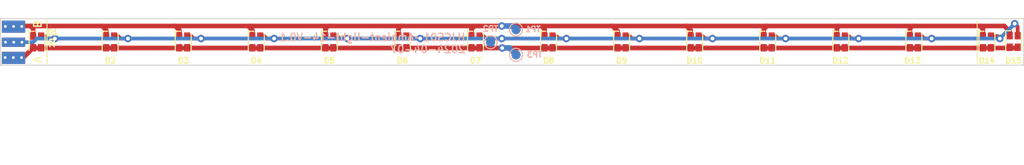
<source format=kicad_pcb>
(kicad_pcb (version 20240108) (generator "pcbnew") (generator_version "8.0")
  (title_block (title "HJCS01_Ambient light-14") (date "2024-04-07") (rev "V0.1") (company "Ovobot") (comment 1 "110x5x0.8mm 绿油白字，无铅喷锡"))
  (layers (0 "F.Cu" signal) (31 "B.Cu" signal) (34 "B.Paste" user) (35 "F.Paste" user) (36 "B.SilkS" user "B.Silkscreen") (37 "F.SilkS" user "F.Silkscreen") (38 "B.Mask" user) (39 "F.Mask" user) (44 "Edge.Cuts" user))
  (net 0 "")
  (net 1 "+3V3")
  (net 2 "/RED")
  (net 3 "/BLUE")
  (footprint "Ovo_LED_SMD:LED_Dual_1.6x1.5mm" (layer "F.Cu") (at 201.561765 99.155 90)
    (property "Reference" "D12" (at -2.005 -0.036 0) (layer "F.SilkS") (effects (font (size 0.6 0.6))))
    (property "Value" "LED_Dual_Red_Blue_AKAK")
    (fp_line (start 1.15 -0.86) (end 1.15 -0.3) (stroke (width 0.12)) (layer "F.SilkS"))
    (fp_line (start -0.91 -0.86) (end 1.15 -0.86) (stroke (width 0.12)) (layer "F.SilkS"))
    (fp_line (start -0.91 0.86) (end 0.91 0.86) (stroke (width 0.12)) (layer "F.SilkS"))
    (pad "1" smd rect (at -0.625 0.425 90) (size 0.8 0.65) (layers "F.Cu" "F.Paste" "F.Mask") (net 1 "+3V3"))
    (pad "2" smd rect (at 0.625 0.425 90) (size 0.8 0.65) (layers "F.Cu" "F.Paste" "F.Mask") (net 2 "/RED"))
    (pad "3" smd rect (at -0.625 -0.425 90) (size 0.8 0.65) (layers "F.Cu" "F.Paste" "F.Mask") (net 1 "+3V3"))
    (pad "4" smd rect (at 0.625 -0.425 90) (size 0.8 0.65) (layers "F.Cu" "F.Paste" "F.Mask") (net 3 "/BLUE"))
  )
  (footprint "Ovo_LED_SMD:LED_Dual_1.6x1.5mm" (layer "F.Cu") (at 220.151 99.102 90)
    (property "Reference" "D15" (at -2.058 -0.023 0) (layer "F.SilkS") (effects (font (size 0.6 0.6))))
    (property "Value" "LED_Dual_Red_Blue_AKAK")
    (fp_line (start 1.15 -0.86) (end 1.15 -0.3) (stroke (width 0.12)) (layer "F.SilkS"))
    (fp_line (start -0.91 -0.86) (end 1.15 -0.86) (stroke (width 0.12)) (layer "F.SilkS"))
    (fp_line (start -0.91 0.86) (end 0.91 0.86) (stroke (width 0.12)) (layer "F.SilkS"))
    (pad "1" smd rect (at -0.625 0.425 90) (size 0.8 0.65) (layers "F.Cu" "F.Paste" "F.Mask") (net 1 "+3V3"))
    (pad "2" smd rect (at 0.625 0.425 90) (size 0.8 0.65) (layers "F.Cu" "F.Paste" "F.Mask") (net 2 "/RED"))
    (pad "3" smd rect (at -0.625 -0.425 90) (size 0.8 0.65) (layers "F.Cu" "F.Paste" "F.Mask") (net 1 "+3V3"))
    (pad "4" smd rect (at 0.625 -0.425 90) (size 0.8 0.65) (layers "F.Cu" "F.Paste" "F.Mask") (net 3 "/BLUE"))
  )
  (footprint "Ovo_LED_SMD:LED_Dual_1.6x1.5mm" (layer "F.Cu") (at 123.015615 99.155 90)
    (property "Reference" "D2" (at -2.005 0.015302 0) (layer "F.SilkS") (effects (font (size 0.6 0.6))))
    (property "Value" "LED_Dual_Red_Blue_AKAK")
    (fp_line (start 1.15 -0.86) (end 1.15 -0.3) (stroke (width 0.12)) (layer "F.SilkS"))
    (fp_line (start -0.91 -0.86) (end 1.15 -0.86) (stroke (width 0.12)) (layer "F.SilkS"))
    (fp_line (start -0.91 0.86) (end 0.91 0.86) (stroke (width 0.12)) (layer "F.SilkS"))
    (pad "1" smd rect (at -0.625 0.425 90) (size 0.8 0.65) (layers "F.Cu" "F.Paste" "F.Mask") (net 1 "+3V3"))
    (pad "2" smd rect (at 0.625 0.425 90) (size 0.8 0.65) (layers "F.Cu" "F.Paste" "F.Mask") (net 2 "/RED"))
    (pad "3" smd rect (at -0.625 -0.425 90) (size 0.8 0.65) (layers "F.Cu" "F.Paste" "F.Mask") (net 1 "+3V3"))
    (pad "4" smd rect (at 0.625 -0.425 90) (size 0.8 0.65) (layers "F.Cu" "F.Paste" "F.Mask") (net 3 "/BLUE"))
  )
  (footprint "Ovo_LED_SMD:LED_Dual_1.6x1.5mm" (layer "F.Cu") (at 115.161 99.155 90)
    (property "Reference" "D1" (at 1.033 1.665 0) (layer "F.SilkS") (effects (font (size 0.6 0.6))))
    (property "Value" "LED_Dual_Red_Blue_AKAK")
    (fp_line (start 1.15 -0.86) (end 1.15 -0.3) (stroke (width 0.12)) (layer "F.SilkS"))
    (fp_line (start -0.91 -0.86) (end 1.15 -0.86) (stroke (width 0.12)) (layer "F.SilkS"))
    (fp_line (start -0.91 0.86) (end 0.91 0.86) (stroke (width 0.12)) (layer "F.SilkS"))
    (pad "1" smd rect (at -0.625 0.425 90) (size 0.8 0.65) (layers "F.Cu" "F.Paste" "F.Mask") (net 1 "+3V3"))
    (pad "2" smd rect (at 0.625 0.425 90) (size 0.8 0.65) (layers "F.Cu" "F.Paste" "F.Mask") (net 2 "/RED"))
    (pad "3" smd rect (at -0.625 -0.425 90) (size 0.8 0.65) (layers "F.Cu" "F.Paste" "F.Mask") (net 1 "+3V3"))
    (pad "4" smd rect (at 0.625 -0.425 90) (size 0.8 0.65) (layers "F.Cu" "F.Paste" "F.Mask") (net 3 "/BLUE"))
  )
  (footprint "Ovo_LED_SMD:LED_Dual_1.6x1.5mm" (layer "F.Cu") (at 193.70715 99.155 90)
    (property "Reference" "D11" (at -2.005 -0.003264 0) (layer "F.SilkS") (effects (font (size 0.6 0.6))))
    (property "Value" "LED_Dual_Red_Blue_AKAK")
    (fp_line (start 1.15 -0.86) (end 1.15 -0.3) (stroke (width 0.12)) (layer "F.SilkS"))
    (fp_line (start -0.91 -0.86) (end 1.15 -0.86) (stroke (width 0.12)) (layer "F.SilkS"))
    (fp_line (start -0.91 0.86) (end 0.91 0.86) (stroke (width 0.12)) (layer "F.SilkS"))
    (pad "1" smd rect (at -0.625 0.425 90) (size 0.8 0.65) (layers "F.Cu" "F.Paste" "F.Mask") (net 1 "+3V3"))
    (pad "2" smd rect (at 0.625 0.425 90) (size 0.8 0.65) (layers "F.Cu" "F.Paste" "F.Mask") (net 2 "/RED"))
    (pad "3" smd rect (at -0.625 -0.425 90) (size 0.8 0.65) (layers "F.Cu" "F.Paste" "F.Mask") (net 1 "+3V3"))
    (pad "4" smd rect (at 0.625 -0.425 90) (size 0.8 0.65) (layers "F.Cu" "F.Paste" "F.Mask") (net 3 "/BLUE"))
  )
  (footprint "Ovo_LED_SMD:LED_Dual_1.6x1.5mm" (layer "F.Cu") (at 185.852535 99.155 90)
    (property "Reference" "D10" (at -2.005 -0.003157 0) (layer "F.SilkS") (effects (font (size 0.6 0.6))))
    (property "Value" "LED_Dual_Red_Blue_AKAK")
    (fp_line (start 1.15 -0.86) (end 1.15 -0.3) (stroke (width 0.12)) (layer "F.SilkS"))
    (fp_line (start -0.91 -0.86) (end 1.15 -0.86) (stroke (width 0.12)) (layer "F.SilkS"))
    (fp_line (start -0.91 0.86) (end 0.91 0.86) (stroke (width 0.12)) (layer "F.SilkS"))
    (pad "1" smd rect (at -0.625 0.425 90) (size 0.8 0.65) (layers "F.Cu" "F.Paste" "F.Mask") (net 1 "+3V3"))
    (pad "2" smd rect (at 0.625 0.425 90) (size 0.8 0.65) (layers "F.Cu" "F.Paste" "F.Mask") (net 2 "/RED"))
    (pad "3" smd rect (at -0.625 -0.425 90) (size 0.8 0.65) (layers "F.Cu" "F.Paste" "F.Mask") (net 1 "+3V3"))
    (pad "4" smd rect (at 0.625 -0.425 90) (size 0.8 0.65) (layers "F.Cu" "F.Paste" "F.Mask") (net 3 "/BLUE"))
  )
  (footprint "Ovo_Pad:Pad_THTPad_3x1.3mmx3" (layer "F.Cu") (at 112.666 97.511)
    (property "Reference" "J1" (hide yes))
    (property "Value" "Conn_01x03" (hide yes))
    (pad "1" smd rect (at -0.04 -0.01 180) (size 2.5 1.3) (layers "F.Cu" "F.Paste" "F.Mask") (net 3 "/BLUE"))
    (pad "2" smd rect (at -0.04 1.67 180) (size 2.5 1) (layers "F.Cu" "F.Paste" "F.Mask") (net 2 "/RED"))
    (pad "3" smd rect (at -0.04 3.35 180) (size 2.5 1.3) (layers "F.Cu" "F.Paste" "F.Mask") (net 1 "+3V3"))
  )
  (footprint "Ovo_LED_SMD:LED_Dual_1.6x1.5mm" (layer "F.Cu") (at 209.41638 99.155 90)
    (property "Reference" "D13" (at -2.005 -0.141 0) (layer "F.SilkS") (effects (font (size 0.6 0.6) (thickness 0.15) (bold yes))))
    (property "Value" "LED_Dual_Red_Blue_AKAK")
    (fp_line (start 1.15 -0.86) (end 1.15 -0.3) (stroke (width 0.12)) (layer "F.SilkS"))
    (fp_line (start -0.91 -0.86) (end 1.15 -0.86) (stroke (width 0.12)) (layer "F.SilkS"))
    (fp_line (start -0.91 0.86) (end 0.91 0.86) (stroke (width 0.12)) (layer "F.SilkS"))
    (pad "1" smd rect (at -0.625 0.425 90) (size 0.8 0.65) (layers "F.Cu" "F.Paste" "F.Mask") (net 1 "+3V3"))
    (pad "2" smd rect (at 0.625 0.425 90) (size 0.8 0.65) (layers "F.Cu" "F.Paste" "F.Mask") (net 2 "/RED"))
    (pad "3" smd rect (at -0.625 -0.425 90) (size 0.8 0.65) (layers "F.Cu" "F.Paste" "F.Mask") (net 1 "+3V3"))
    (pad "4" smd rect (at 0.625 -0.425 90) (size 0.8 0.65) (layers "F.Cu" "F.Paste" "F.Mask") (net 3 "/BLUE"))
  )
  (footprint "Ovo_LED_SMD:LED_Dual_1.6x1.5mm" (layer "F.Cu") (at 146.57946 99.155 90)
    (property "Reference" "D5" (at -2.005 0.010208 0) (layer "F.SilkS") (effects (font (size 0.6 0.6))))
    (property "Value" "LED_Dual_Red_Blue_AKAK")
    (fp_line (start 1.15 -0.86) (end 1.15 -0.3) (stroke (width 0.12)) (layer "F.SilkS"))
    (fp_line (start -0.91 -0.86) (end 1.15 -0.86) (stroke (width 0.12)) (layer "F.SilkS"))
    (fp_line (start -0.91 0.86) (end 0.91 0.86) (stroke (width 0.12)) (layer "F.SilkS"))
    (pad "1" smd rect (at -0.625 0.425 90) (size 0.8 0.65) (layers "F.Cu" "F.Paste" "F.Mask") (net 1 "+3V3"))
    (pad "2" smd rect (at 0.625 0.425 90) (size 0.8 0.65) (layers "F.Cu" "F.Paste" "F.Mask") (net 2 "/RED"))
    (pad "3" smd rect (at -0.625 -0.425 90) (size 0.8 0.65) (layers "F.Cu" "F.Paste" "F.Mask") (net 1 "+3V3"))
    (pad "4" smd rect (at 0.625 -0.425 90) (size 0.8 0.65) (layers "F.Cu" "F.Paste" "F.Mask") (net 3 "/BLUE"))
  )
  (footprint "Ovo_LED_SMD:LED_Dual_1.6x1.5mm" (layer "F.Cu") (at 154.434075 99.155 90)
    (property "Reference" "D6" (at -2.005 0.00851 0) (layer "F.SilkS") (effects (font (size 0.6 0.6))))
    (property "Value" "LED_Dual_Red_Blue_AKAK")
    (fp_line (start 1.15 -0.86) (end 1.15 -0.3) (stroke (width 0.12)) (layer "F.SilkS"))
    (fp_line (start -0.91 -0.86) (end 1.15 -0.86) (stroke (width 0.12)) (layer "F.SilkS"))
    (fp_line (start -0.91 0.86) (end 0.91 0.86) (stroke (width 0.12)) (layer "F.SilkS"))
    (pad "1" smd rect (at -0.625 0.425 90) (size 0.8 0.65) (layers "F.Cu" "F.Paste" "F.Mask") (net 1 "+3V3"))
    (pad "2" smd rect (at 0.625 0.425 90) (size 0.8 0.65) (layers "F.Cu" "F.Paste" "F.Mask") (net 2 "/RED"))
    (pad "3" smd rect (at -0.625 -0.425 90) (size 0.8 0.65) (layers "F.Cu" "F.Paste" "F.Mask") (net 1 "+3V3"))
    (pad "4" smd rect (at 0.625 -0.425 90) (size 0.8 0.65) (layers "F.Cu" "F.Paste" "F.Mask") (net 3 "/BLUE"))
  )
  (footprint "Ovo_LED_SMD:LED_Dual_1.6x1.5mm" (layer "F.Cu") (at 170.143305 99.155 90)
    (property "Reference" "D8" (at -2.005 0.005114 0) (layer "F.SilkS") (effects (font (size 0.6 0.6))))
    (property "Value" "LED_Dual_Red_Blue_AKAK")
    (fp_line (start 1.15 -0.86) (end 1.15 -0.3) (stroke (width 0.12)) (layer "F.SilkS"))
    (fp_line (start -0.91 -0.86) (end 1.15 -0.86) (stroke (width 0.12)) (layer "F.SilkS"))
    (fp_line (start -0.91 0.86) (end 0.91 0.86) (stroke (width 0.12)) (layer "F.SilkS"))
    (pad "1" smd rect (at -0.625 0.425 90) (size 0.8 0.65) (layers "F.Cu" "F.Paste" "F.Mask") (net 1 "+3V3"))
    (pad "2" smd rect (at 0.625 0.425 90) (size 0.8 0.65) (layers "F.Cu" "F.Paste" "F.Mask") (net 2 "/RED"))
    (pad "3" smd rect (at -0.625 -0.425 90) (size 0.8 0.65) (layers "F.Cu" "F.Paste" "F.Mask") (net 1 "+3V3"))
    (pad "4" smd rect (at 0.625 -0.425 90) (size 0.8 0.65) (layers "F.Cu" "F.Paste" "F.Mask") (net 3 "/BLUE"))
  )
  (footprint "Ovo_LED_SMD:LED_Dual_1.6x1.5mm" (layer "F.Cu") (at 177.99792 99.155 90)
    (property "Reference" "D9" (at -2.005 0.003416 0) (layer "F.SilkS") (effects (font (size 0.6 0.6))))
    (property "Value" "LED_Dual_Red_Blue_AKAK")
    (fp_line (start 1.15 -0.86) (end 1.15 -0.3) (stroke (width 0.12)) (layer "F.SilkS"))
    (fp_line (start -0.91 -0.86) (end 1.15 -0.86) (stroke (width 0.12)) (layer "F.SilkS"))
    (fp_line (start -0.91 0.86) (end 0.91 0.86) (stroke (width 0.12)) (layer "F.SilkS"))
    (pad "1" smd rect (at -0.625 0.425 90) (size 0.8 0.65) (layers "F.Cu" "F.Paste" "F.Mask") (net 1 "+3V3"))
    (pad "2" smd rect (at 0.625 0.425 90) (size 0.8 0.65) (layers "F.Cu" "F.Paste" "F.Mask") (net 2 "/RED"))
    (pad "3" smd rect (at -0.625 -0.425 90) (size 0.8 0.65) (layers "F.Cu" "F.Paste" "F.Mask") (net 1 "+3V3"))
    (pad "4" smd rect (at 0.625 -0.425 90) (size 0.8 0.65) (layers "F.Cu" "F.Paste" "F.Mask") (net 3 "/BLUE"))
  )
  (footprint "Ovo_LED_SMD:LED_Dual_1.6x1.5mm" (layer "F.Cu") (at 138.724845 99.155 90)
    (property "Reference" "D4" (at -2.005 0.011906 0) (layer "F.SilkS") (effects (font (size 0.6 0.6))))
    (property "Value" "LED_Dual_Red_Blue_AKAK")
    (fp_line (start 1.15 -0.86) (end 1.15 -0.3) (stroke (width 0.12)) (layer "F.SilkS"))
    (fp_line (start -0.91 -0.86) (end 1.15 -0.86) (stroke (width 0.12)) (layer "F.SilkS"))
    (fp_line (start -0.91 0.86) (end 0.91 0.86) (stroke (width 0.12)) (layer "F.SilkS"))
    (pad "1" smd rect (at -0.625 0.425 90) (size 0.8 0.65) (layers "F.Cu" "F.Paste" "F.Mask") (net 1 "+3V3"))
    (pad "2" smd rect (at 0.625 0.425 90) (size 0.8 0.65) (layers "F.Cu" "F.Paste" "F.Mask") (net 2 "/RED"))
    (pad "3" smd rect (at -0.625 -0.425 90) (size 0.8 0.65) (layers "F.Cu" "F.Paste" "F.Mask") (net 1 "+3V3"))
    (pad "4" smd rect (at 0.625 -0.425 90) (size 0.8 0.65) (layers "F.Cu" "F.Paste" "F.Mask") (net 3 "/BLUE"))
  )
  (footprint "Ovo_LED_SMD:LED_Dual_1.6x1.5mm" (layer "F.Cu") (at 130.87023 99.155 90)
    (property "Reference" "D3" (at -2.005 0.013604 0) (layer "F.SilkS") (effects (font (size 0.6 0.6))))
    (property "Value" "LED_Dual_Red_Blue_AKAK")
    (fp_line (start 1.15 -0.86) (end 1.15 -0.3) (stroke (width 0.12)) (layer "F.SilkS"))
    (fp_line (start -0.91 -0.86) (end 1.15 -0.86) (stroke (width 0.12)) (layer "F.SilkS"))
    (fp_line (start -0.91 0.86) (end 0.91 0.86) (stroke (width 0.12)) (layer "F.SilkS"))
    (pad "1" smd rect (at -0.625 0.425 90) (size 0.8 0.65) (layers "F.Cu" "F.Paste" "F.Mask") (net 1 "+3V3"))
    (pad "2" smd rect (at 0.625 0.425 90) (size 0.8 0.65) (layers "F.Cu" "F.Paste" "F.Mask") (net 2 "/RED"))
    (pad "3" smd rect (at -0.625 -0.425 90) (size 0.8 0.65) (layers "F.Cu" "F.Paste" "F.Mask") (net 1 "+3V3"))
    (pad "4" smd rect (at 0.625 -0.425 90) (size 0.8 0.65) (layers "F.Cu" "F.Paste" "F.Mask") (net 3 "/BLUE"))
  )
  (footprint "Ovo_LED_SMD:LED_Dual_1.6x1.5mm" (layer "F.Cu") (at 217.271 99.155 90)
    (property "Reference" "D14" (at -2.005 -0.001 0) (layer "F.SilkS") (effects (font (size 0.6 0.6))))
    (property "Value" "LED_Dual_Red_Blue_AKAK")
    (fp_line (start 1.15 -0.86) (end 1.15 -0.3) (stroke (width 0.12)) (layer "F.SilkS"))
    (fp_line (start -0.91 -0.86) (end 1.15 -0.86) (stroke (width 0.12)) (layer "F.SilkS"))
    (fp_line (start -0.91 0.86) (end 0.91 0.86) (stroke (width 0.12)) (layer "F.SilkS"))
    (pad "1" smd rect (at -0.625 0.425 90) (size 0.8 0.65) (layers "F.Cu" "F.Paste" "F.Mask") (net 1 "+3V3"))
    (pad "2" smd rect (at 0.625 0.425 90) (size 0.8 0.65) (layers "F.Cu" "F.Paste" "F.Mask") (net 2 "/RED"))
    (pad "3" smd rect (at -0.625 -0.425 90) (size 0.8 0.65) (layers "F.Cu" "F.Paste" "F.Mask") (net 1 "+3V3"))
    (pad "4" smd rect (at 0.625 -0.425 90) (size 0.8 0.65) (layers "F.Cu" "F.Paste" "F.Mask") (net 3 "/BLUE"))
  )
  (footprint "Ovo_LED_SMD:LED_Dual_1.6x1.5mm" (layer "F.Cu") (at 162.28869 99.155 90)
    (property "Reference" "D7" (at -2.005 0.006812 0) (layer "F.SilkS") (effects (font (size 0.6 0.6))))
    (property "Value" "LED_Dual_Red_Blue_AKAK")
    (fp_line (start 1.15 -0.86) (end 1.15 -0.3) (stroke (width 0.12)) (layer "F.SilkS"))
    (fp_line (start -0.91 -0.86) (end 1.15 -0.86) (stroke (width 0.12)) (layer "F.SilkS"))
    (fp_line (start -0.91 0.86) (end 0.91 0.86) (stroke (width 0.12)) (layer "F.SilkS"))
    (pad "1" smd rect (at -0.625 0.425 90) (size 0.8 0.65) (layers "F.Cu" "F.Paste" "F.Mask") (net 1 "+3V3"))
    (pad "2" smd rect (at 0.625 0.425 90) (size 0.8 0.65) (layers "F.Cu" "F.Paste" "F.Mask") (net 2 "/RED"))
    (pad "3" smd rect (at -0.625 -0.425 90) (size 0.8 0.65) (layers "F.Cu" "F.Paste" "F.Mask") (net 1 "+3V3"))
    (pad "4" smd rect (at 0.625 -0.425 90) (size 0.8 0.65) (layers "F.Cu" "F.Paste" "F.Mask") (net 3 "/BLUE"))
  )
  (footprint "TestPoint:TestPoint_Pad_D1.0mm" (layer "B.Cu") (at 166.649 97.825 180)
    (property "Reference" "TP1" (at -1.817 0.046 180) (layer "B.SilkS") (effects (font (size 0.6 0.6)) (justify mirror)))
    (property "Value" "BLUE")
    (fp_circle (center 0 0) (end 0 -0.7) (stroke (width 0.12)) (fill none) (layer "B.SilkS"))
    (pad "1" smd circle (at 0 0 180) (size 1 1) (layers "B.Cu" "B.Mask") (net 3 "/BLUE"))
  )
  (footprint "TestPoint:TestPoint_Pad_D1.0mm" (layer "B.Cu") (at 166.649 100.537 180)
    (property "Reference" "TP3" (at -1.999 0.022 180) (layer "B.SilkS") (effects (font (size 0.6 0.6)) (justify mirror)))
    (property "Value" "3V3")
    (fp_circle (center 0 0) (end 0 -0.7) (stroke (width 0.12)) (fill none) (layer "B.SilkS"))
    (pad "1" smd circle (at 0 0 180) (size 1 1) (layers "B.Cu" "B.Mask") (net 1 "+3V3"))
  )
  (footprint "TestPoint:TestPoint_Pad_D1.0mm" (layer "B.Cu") (at 163.912 99.181 180)
    (property "Reference" "TP2" (at 0 1.448 180) (layer "B.SilkS") (effects (font (size 0.6 0.6)) (justify mirror)))
    (property "Value" "RED")
    (fp_circle (center 0 0) (end 0 -0.7) (stroke (width 0.12)) (fill none) (layer "B.SilkS"))
    (pad "1" smd circle (at 0 0 180) (size 1 1) (layers "B.Cu" "B.Mask") (net 2 "/RED"))
  )
  (gr_line (start 116.225 96.766) (end 116.225 101.483) (stroke (width 0.1)) (layer "F.SilkS"))
  (gr_line (start 216.225 101.527) (end 216.225 96.797) (stroke (width 0.1)) (layer "F.SilkS"))
  (gr_line (start 111.223 101.653) (end 111.223 96.653) (stroke (width 0.1)) (layer "Edge.Cuts"))
  (gr_line (start 111.225 96.653) (end 221.225 96.653) (stroke (width 0.1)) (layer "Edge.Cuts"))
  (gr_line (start 221.225 96.653) (end 221.225 101.653) (stroke (width 0.1)) (layer "Edge.Cuts"))
  (gr_line (start 221.225 101.653) (end 111.224 101.653) (stroke (width 0.1)) (layer "Edge.Cuts"))
  (gr_text "HJCS01-Ambient-light-14-${REVISION}\n${ISSUE_DATE}" (at 161.28869 100.405 0) (layer "B.SilkS") (effects (font (size 0.8 0.8)) (justify left bottom mirror)))
  (gr_text "R" (at 116.252 99.766 0) (layer "F.SilkS") (effects (font (size 0.8 0.8) (thickness 0.15) (bold yes)) (justify left bottom)))
  (gr_text "V     B" (at 114.684 101.479 270) (layer "F.SilkS") (effects (font (size 0.8 0.8)) (justify left bottom mirror)))
  (segment (start 165.163 99.804) (end 114.76 99.804) (width 0.5) (layer "F.Cu") (net 1))
  (segment (start 220.552 99.804) (end 165.163 99.804) (width 0.5) (layer "F.Cu") (net 1))
  (segment (start 113.655 100.861) (end 112.626 100.861) (width 0.5) (layer "F.Cu") (net 1))
  (segment (start 114.76 99.804) (end 114.736 99.78) (width 0.5) (layer "F.Cu") (net 1))
  (segment (start 114.736 99.78) (end 113.655 100.861) (width 0.5) (layer "F.Cu") (net 1))
  (via (at 112.6075 100.833) (size 0.5) (drill 0.3) (layers "F.Cu" "B.Cu") (net 1))
  (via (at 165.163 99.804) (size 0.8) (drill 0.4) (layers "F.Cu" "B.Cu") (net 1))
  (via (at 111.727 100.833) (size 0.5) (drill 0.3) (layers "F.Cu" "B.Cu") (net 1))
  (via (at 113.488 100.833) (size 0.5) (drill 0.3) (layers "F.Cu" "B.Cu") (net 1))
  (segment (start 166.649 100.537) (end 166.649 100.513) (width 0.6) (layer "B.Cu") (net 1))
  (segment (start 165.173 99.794) (end 165.163 99.804) (width 0.6) (layer "B.Cu") (net 1))
  (segment (start 166.649 100.513) (end 165.93 99.794) (width 0.6) (layer "B.Cu") (net 1))
  (segment (start 165.93 99.794) (end 165.173 99.794) (width 0.6) (layer "B.Cu") (net 1))
  (segment (start 218.661 98.782) (end 218.672 98.793) (width 0.4) (layer "F.Cu") (net 2))
  (segment (start 210.28438 98.53) (end 210.54138 98.787) (width 0.4) (layer "F.Cu") (net 2))
  (segment (start 123.883615 98.53) (end 124.140615 98.787) (width 0.4) (layer "F.Cu") (net 2))
  (segment (start 131.73823 98.53) (end 131.99523 98.787) (width 0.4) (layer "F.Cu") (net 2))
  (segment (start 139.592845 98.53) (end 139.849845 98.787) (width 0.4) (layer "F.Cu") (net 2))
  (segment (start 116.029 98.53) (end 116.286 98.787) (width 0.4) (layer "F.Cu") (net 2))
  (segment (start 186.720535 98.53) (end 186.977535 98.787) (width 0.4) (layer "F.Cu") (net 2))
  (segment (start 163.41369 98.787) (end 163.15669 98.53) (width 0.4) (layer "F.Cu") (net 2))
  (segment (start 171.268305 98.787) (end 172.059305 98.787) (width 0.4) (layer "F.Cu") (net 2))
  (segment (start 202.429765 98.53) (end 202.686765 98.787) (width 0.4) (layer "F.Cu") (net 2))
  (segment (start 147.715 98.784) (end 148.506 98.784) (width 0.4) (layer "F.Cu") (net 2))
  (segment (start 131.29523 98.53) (end 131.73823 98.53) (width 0.4) (layer "F.Cu") (net 2))
  (segment (start 131.99523 98.787) (end 132.78623 98.787) (width 0.4) (layer "F.Cu") (net 2))
  (segment (start 194.57515 98.53) (end 194.83215 98.787) (width 0.4) (layer "F.Cu") (net 2))
  (segment (start 124.140615 98.787) (end 124.931615 98.787) (width 0.4) (layer "F.Cu") (net 2))
  (segment (start 220.257 97.186) (end 220.576 97.505) (width 0.4) (layer "F.Cu") (net 2))
  (segment (start 178.86592 98.53) (end 179.12292 98.787) (width 0.4) (layer "F.Cu") (net 2))
  (segment (start 194.13215 98.53) (end 194.57515 98.53) (width 0.4) (layer "F.Cu") (net 2))
  (segment (start 155.302075 98.53) (end 155.559075 98.787) (width 0.4) (layer "F.Cu") (net 2))
  (segment (start 178.42292 98.53) (end 178.86592 98.53) (width 0.4) (layer "F.Cu") (net 2))
  (segment (start 147.015 98.527) (end 147.458 98.527) (width 0.4) (layer "F.Cu") (net 2))
  (segment (start 179.12292 98.787) (end 179.91392 98.787) (width 0.4) (layer "F.Cu") (net 2))
  (segment (start 123.440615 98.53) (end 123.883615 98.53) (width 0.4) (layer "F.Cu") (net 2))
  (segment (start 171.011305 98.53) (end 171.268305 98.787) (width 0.4) (layer "F.Cu") (net 2))
  (segment (start 154.859075 98.53) (end 155.302075 98.53) (width 0.4) (layer "F.Cu") (net 2))
  (segment (start 217.684 98.53) (end 218.409 98.53) (width 0.4) (layer "F.Cu") (net 2))
  (segment (start 202.686765 98.787) (end 203.477765 98.787) (width 0.4) (layer "F.Cu") (net 2))
  (segment (start 186.277535 98.53) (end 186.720535 98.53) (width 0.4) (layer "F.Cu") (net 2))
  (segment (start 220.576 97.505) (end 220.576 98.53) (width 0.4) (layer "F.Cu") (net 2))
  (segment (start 218.409 98.53) (end 218.661 98.782) (width 0.4) (layer "F.Cu") (net 2))
  (segment (start 194.83215 98.787) (end 195.62315 98.787) (width 0.4) (layer "F.Cu") (net 2))
  (segment (start 116.286 98.787) (end 117.077 98.787) (width 0.4) (layer "F.Cu") (net 2))
  (segment (start 170.568305 98.53) (end 171.011305 98.53) (width 0.4) (layer "F.Cu") (net 2))
  (segment (start 147.458 98.527) (end 147.715 98.784) (width 0.4) (layer "F.Cu") (net 2))
  (segment (start 210.54138 98.787) (end 211.33238 98.787) (width 0.4) (layer "F.Cu") (net 2))
  (segment (start 139.849845 98.787) (end 140.640845 98.787) (width 0.4) (layer "F.Cu") (net 2))
  (segment (start 201.986765 98.53) (end 202.429765 98.53) (width 0.4) (layer "F.Cu") (net 2))
  (segment (start 112.626 99.181) (end 113.525 99.181) (width 0.25) (layer "F.Cu") (net 2))
  (segment (start 165.119 98.787) (end 163.41369 98.787) (width 0.4) (layer "F.Cu") (net 2))
  (segment (start 139.149845 98.53) (end 139.592845 98.53) (width 0.4) (layer "F.Cu") (net 2))
  (segment (start 163.15669 98.53) (end 162.71369 98.53) (width 0.4) (layer "F.Cu") (net 2))
  (segment (start 115.586 98.53) (end 116.029 98.53) (width 0.4) (layer "F.Cu") (net 2))
  (segment (start 209.84138 98.53) (end 210.28438 98.53) (width 0.4) (layer "F.Cu") (net 2))
  (segment (start 155.559075 98.787) (end 156.350075 98.787) (width 0.4) (layer "F.Cu") (net 2))
  (segment (start 186.977535 98.787) (end 187.768535 98.787) (width 0.4) (layer "F.Cu") (net 2))
  (via (at 203.477765 98.787) (size 0.8) (drill 0.4) (layers "F.Cu" "B.Cu") (net 2))
  (via (at 117.077 98.787) (size 0.8) (drill 0.4) (layers "F.Cu" "B.Cu") (net 2))
  (via (at 220.257 97.186) (size 0.8) (drill 0.4) (layers "F.Cu" "B.Cu") (net 2))
  (via (at 195.62315 98.787) (size 0.8) (drill 0.4) (layers "F.Cu" "B.Cu") (net 2))
  (via (at 113.525 99.181) (size 0.5) (drill 0.3) (layers "F.Cu" "B.Cu") (net 2))
  (via (at 124.931615 98.787) (size 0.8) (drill 0.4) (layers "F.Cu" "B.Cu") (net 2))
  (via (at 112.6445 99.181) (size 0.5) (drill 0.3) (layers "F.Cu" "B.Cu") (net 2))
  (via (at 211.33238 98.787) (size 0.8) (drill 0.4) (layers "F.Cu" "B.Cu") (net 2))
  (via (at 179.91392 98.787) (size 0.8) (drill 0.4) (layers "F.Cu" "B.Cu") (net 2))
  (via (at 156.350075 98.787) (size 0.8) (drill 0.4) (layers "F.Cu" "B.Cu") (net 2))
  (via (at 165.119 98.787) (size 0.8) (drill 0.4) (layers "F.Cu" "B.Cu") (net 2))
  (via (at 132.78623 98.787) (size 0.8) (drill 0.4) (layers "F.Cu" "B.Cu") (net 2))
  (via (at 111.764 99.181) (size 0.5) (drill 0.3) (layers "F.Cu" "B.Cu") (net 2))
  (via (at 140.640845 98.787) (size 0.8) (drill 0.4) (layers "F.Cu" "B.Cu") (net 2))
  (via (at 218.661 98.782) (size 0.8) (drill 0.4) (layers "F.Cu" "B.Cu") (net 2))
  (via (at 148.506 98.784) (size 0.8) (drill 0.4) (layers "F.Cu" "B.Cu") (net 2))
  (via (at 187.768535 98.787) (size 0.8) (drill 0.4) (layers "F.Cu" "B.Cu") (net 2))
  (via (at 172.059305 98.787) (size 0.8) (drill 0.4) (layers "F.Cu" "B.Cu") (net 2))
  (segment (start 220.257 97.186) (end 218.656 98.787) (width 0.4) (layer "B.Cu") (net 2))
  (segment (start 114.729 99.181) (end 111.764 99.181) (width 0.4) (layer "B.Cu") (net 2))
  (segment (start 218.656 98.787) (end 115.123 98.787) (width 0.4) (layer "B.Cu") (net 2))
  (segment (start 115.123 98.787) (end 114.729 99.181) (width 0.4) (layer "B.Cu") (net 2))
  (segment (start 137.854664 97.439) (end 138.299845 97.884181) (width 0.5) (layer "F.Cu") (net 3))
  (segment (start 165.115 97.439) (end 112.688 97.439) (width 0.5) (layer "F.Cu") (net 3))
  (segment (start 112.626 97.501) (end 113.707 97.501) (width 0.5) (layer "F.Cu") (net 3))
  (segment (start 112.688 97.439) (end 112.626 97.501) (width 0.5) (layer "F.Cu") (net 3))
  (segment (start 219.136 97.439) (end 219.726 98.029) (width 0.5) (layer "F.Cu") (net 3))
  (segment (start 161.86369 97.78731) (end 161.86369 98.53) (width 0.5) (layer "F.Cu") (net 3))
  (segment (start 201.376 97.439) (end 201.136765 97.678235) (width 0.5) (layer "F.Cu") (net 3))
  (segment (start 216.528 97.439) (end 216.834 97.745) (width 0.5) (layer "F.Cu") (net 3))
  (segment (start 138.299845 97.884181) (end 138.299845 98.53) (width 0.5) (layer "F.Cu") (net 3))
  (segment (start 169.377 97.439) (end 169.718305 97.780305) (width 0.5) (layer "F.Cu") (net 3))
  (segment (start 219.726 98.029) (end 219.726 98.53) (width 0.5) (layer "F.Cu") (net 3))
  (segment (start 146.45 97.439) (end 146.165 97.724) (width 0.5) (layer "F.Cu") (net 3))
  (segment (start 122.145434 97.439) (end 122.590615 97.884181) (width 0.5) (layer "F.Cu") (net 3))
  (segment (start 193.633 97.439) (end 193.28215 97.78985) (width 0.5) (layer "F.Cu") (net 3))
  (segment (start 216.834 97.745) (end 216.834 98.53) (width 0.5) (layer "F.Cu") (net 3))
  (segment (start 122.590615 97.884181) (end 122.590615 98.53) (width 0.5) (layer "F.Cu") (net 3))
  (segment (start 146.165 97.724) (end 146.165 98.527) (width 0.5) (layer "F.Cu") (net 3))
  (segment (start 154.009075 97.710925) (end 154.009075 98.53) (width 0.5) (layer "F.Cu") (net 3))
  (segment (start 114.45 97.439) (end 114.736 97.725) (width 0.5) (layer "F.Cu") (net 3))
  (segment (start 154.281 97.439) (end 154.009075 97.710925) (width 0.5) (layer "F.Cu") (net 3))
  (segment (start 162.212 97.439) (end 161.86369 97.78731) (width 0.5) (layer "F.Cu") (net 3))
  (segment (start 130.44523 97.884181) (end 130.44523 98.53) (width 0.5) (layer "F.Cu") (net 3))
  (segment (start 177.01 97.439) (end 177.57292 98.00192) (width 0.5) (layer "F.Cu") (net 3))
  (segment (start 216.528 97.439) (end 219.136 97.439) (width 0.5) (layer "F.Cu") (net 3))
  (segment (start 184.96 97.439) (end 185.427535 97.906535) (width 0.5) (layer "F.Cu") (net 3))
  (segment (start 169.718305 97.780305) (end 169.718305 98.53) (width 0.5) (layer "F.Cu") (net 3))
  (segment (start 185.427535 97.906535) (end 185.427535 98.53) (width 0.5) (layer "F.Cu") (net 3))
  (segment (start 193.28215 97.78985) (end 193.28215 98.53) (width 0.5) (layer "F.Cu") (net 3))
  (segment (start 216.528 97.439) (end 165.115 97.439) (width 0.5) (layer "F.Cu") (net 3))
  (segment (start 177.57292 98.00192) (end 177.57292 98.53) (width 0.5) (layer "F.Cu") (net 3))
  (segment (start 209.258 97.439) (end 208.99138 97.70562) (width 0.5) (layer "F.Cu") (net 3))
  (segment (start 130.000049 97.439) (end 130.44523 97.884181) (width 0.5) (layer "F.Cu") (net 3))
  (segment (start 201.136765 97.678235) (end 201.136765 98.53) (width 0.5) (layer "F.Cu") (net 3))
  (segment (start 208.99138 97.70562) (end 208.99138 98.53) (width 0.5) (layer "F.Cu") (net 3))
  (segment (start 114.736 97.725) (end 114.736 98.53) (width 0.5) (layer "F.Cu") (net 3))
  (via (at 113.512 97.487) (size 0.5) (drill 0.3) (layers "F.Cu" "B.Cu") (net 3))
  (via (at 112.6315 97.487) (size 0.5) (drill 0.3) (layers "F.Cu" "B.Cu") (net 3))
  (via (at 111.751 97.487) (size 0.5) (drill 0.3) (layers "F.Cu" "B.Cu") (net 3))
  (via (at 165.115 97.439) (size 0.8) (drill 0.4) (layers "F.Cu" "B.Cu") (net 3))
  (segment (start 166.649 97.825) (end 166.263 97.439) (width 0.6) (layer "B.Cu") (net 3))
  (segment (start 166.263 97.439) (end 165.115 97.439) (width 0.6) (layer "B.Cu") (net 3))
  (zone (net 2) (net_name "/RED") (layer "B.Cu") (priority 2) (connect_pads yes (clearance 0.254)) (min_thickness 0.25) (fill yes (thermal_gap 0.5) (thermal_bridge_width 0.5))
    (polygon (pts (xy 111.375 98.686) (xy 113.872 98.686) (xy 113.872 99.69) (xy 111.367 99.69) (xy 111.367 98.684) (xy 111.367 98.686) (xy 111.370992 98.686)))
  )
  (zone (net 3) (net_name "/BLUE") (layer "B.Cu") (priority 1) (connect_pads yes (clearance 0.254)) (min_thickness 0.25) (fill yes (thermal_gap 0.5) (thermal_bridge_width 0.5))
    (polygon (pts (xy 111.395 96.853) (xy 113.884 96.853) (xy 113.884 98.166) (xy 111.379 98.166) (xy 111.379 96.851) (xy 111.379 96.853) (xy 111.382992 96.853)))
  )
  (zone (net 1) (net_name "+3V3") (layer "B.Cu") (priority 3) (connect_pads yes (clearance 0.254)) (min_thickness 0.25) (fill yes (thermal_gap 0.5) (thermal_bridge_width 0.5))
    (polygon (pts (xy 111.387 100.211) (xy 113.876 100.211) (xy 113.876 101.524) (xy 111.371 101.524) (xy 111.371 100.209) (xy 111.371 100.211) (xy 111.374992 100.211)))
  )
)
</source>
